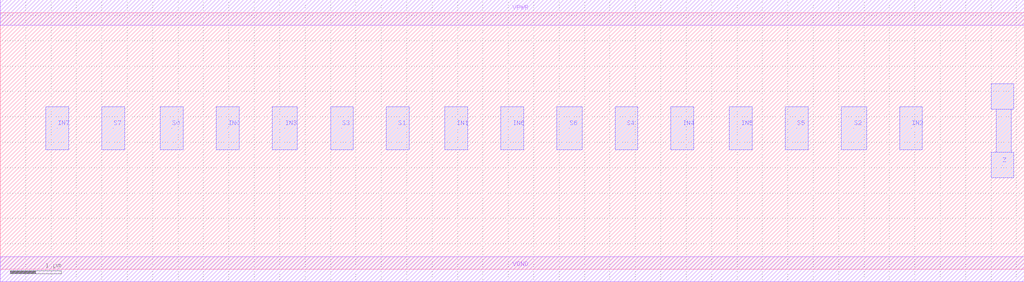
<source format=lef>
VERSION 5.7 ;
  NOWIREEXTENSIONATPIN ON ;
  DIVIDERCHAR "/" ;
  BUSBITCHARS "[]" ;
MACRO MUX8
  CLASS CORE ;
  FOREIGN MUX8 ;
  ORIGIN 0.000 0.000 ;
  SIZE 20.150 BY 5.050 ;
  SYMMETRY X Y R90 ;
  SITE unit ;
  PIN VPWR
    DIRECTION INOUT ;
    USE POWER ;
    SHAPE ABUTMENT ;
    PORT
      LAYER Metal1 ;
        RECT 0.000 4.800 20.150 5.300 ;
    END
  END VPWR
  PIN VGND
    DIRECTION INOUT ;
    USE GROUND ;
    SHAPE ABUTMENT ;
    PORT
      LAYER Metal1 ;
        RECT 0.000 -0.250 20.150 0.250 ;
    END
  END VGND
  PIN Z
    DIRECTION INOUT ;
    USE SIGNAL ;
    SHAPE ABUTMENT ;
    PORT
      LAYER Metal2 ;
        RECT 19.500 3.150 19.950 3.650 ;
        RECT 19.600 2.300 19.900 3.150 ;
        RECT 19.500 1.800 19.950 2.300 ;
    END
  END Z
  PIN IN4
    DIRECTION INOUT ;
    USE SIGNAL ;
    SHAPE ABUTMENT ;
    PORT
      LAYER Metal2 ;
        RECT 13.200 2.350 13.650 3.200 ;
    END
  END IN4
  PIN S0
    DIRECTION INOUT ;
    USE SIGNAL ;
    SHAPE ABUTMENT ;
    PORT
      LAYER Metal2 ;
        RECT 3.150 2.350 3.600 3.200 ;
    END
  END S0
  PIN IN0
    DIRECTION INOUT ;
    USE SIGNAL ;
    SHAPE ABUTMENT ;
    PORT
      LAYER Metal2 ;
        RECT 4.250 2.350 4.700 3.200 ;
    END
  END IN0
  PIN S5
    DIRECTION INOUT ;
    USE SIGNAL ;
    SHAPE ABUTMENT ;
    PORT
      LAYER Metal2 ;
        RECT 15.450 2.350 15.900 3.200 ;
    END
  END S5
  PIN S7
    DIRECTION INOUT ;
    USE SIGNAL ;
    SHAPE ABUTMENT ;
    PORT
      LAYER Metal2 ;
        RECT 2.000 2.350 2.450 3.200 ;
    END
  END S7
  PIN IN5
    DIRECTION INOUT ;
    USE SIGNAL ;
    SHAPE ABUTMENT ;
    PORT
      LAYER Metal2 ;
        RECT 14.350 2.350 14.800 3.200 ;
    END
  END IN5
  PIN IN1
    DIRECTION INOUT ;
    USE SIGNAL ;
    SHAPE ABUTMENT ;
    PORT
      LAYER Metal2 ;
        RECT 8.750 2.350 9.200 3.200 ;
    END
  END IN1
  PIN S1
    DIRECTION INOUT ;
    USE SIGNAL ;
    SHAPE ABUTMENT ;
    PORT
      LAYER Metal2 ;
        RECT 7.600 2.350 8.050 3.200 ;
    END
  END S1
  PIN S3
    DIRECTION INOUT ;
    USE SIGNAL ;
    SHAPE ABUTMENT ;
    PORT
      LAYER Metal2 ;
        RECT 6.500 2.350 6.950 3.200 ;
    END
  END S3
  PIN S6
    DIRECTION INOUT ;
    USE SIGNAL ;
    SHAPE ABUTMENT ;
    PORT
      LAYER Metal2 ;
        RECT 10.950 2.350 11.450 3.200 ;
    END
  END S6
  PIN S2
    DIRECTION INOUT ;
    USE SIGNAL ;
    SHAPE ABUTMENT ;
    PORT
      LAYER Metal2 ;
        RECT 16.550 2.350 17.050 3.200 ;
    END
  END S2
  PIN IN2
    DIRECTION INOUT ;
    USE SIGNAL ;
    SHAPE ABUTMENT ;
    PORT
      LAYER Metal2 ;
        RECT 17.700 2.350 18.150 3.200 ;
    END
  END IN2
  PIN IN3
    DIRECTION INOUT ;
    USE SIGNAL ;
    SHAPE ABUTMENT ;
    PORT
      LAYER Metal2 ;
        RECT 5.350 2.350 5.850 3.200 ;
    END
  END IN3
  PIN IN7
    DIRECTION INOUT ;
    USE SIGNAL ;
    SHAPE ABUTMENT ;
    PORT
      LAYER Metal2 ;
        RECT 0.900 2.350 1.350 3.200 ;
    END
  END IN7
  PIN S4
    DIRECTION INOUT ;
    USE SIGNAL ;
    SHAPE ABUTMENT ;
    PORT
      LAYER Metal2 ;
        RECT 12.100 2.350 12.550 3.200 ;
    END
  END S4
  PIN IN6
    DIRECTION INOUT ;
    USE SIGNAL ;
    SHAPE ABUTMENT ;
    PORT
      LAYER Metal2 ;
        RECT 9.850 2.350 10.300 3.200 ;
    END
  END IN6
END MUX8
END LIBRARY


</source>
